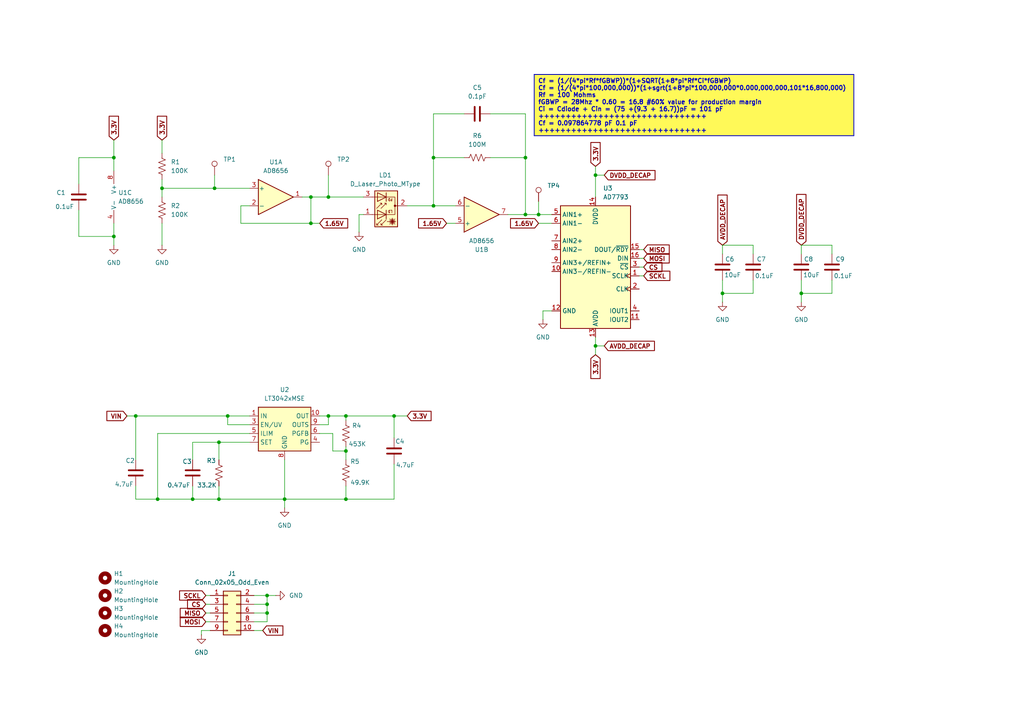
<source format=kicad_sch>
(kicad_sch (version 20250114) (generator "eeschema") (generator_version "9.0")
  (paper "A4")
  (lib_symbols
    (symbol "AD7793:AD7793"
      (property "Reference" "U" (at -10.16 18.415 0))
      (property "Value" "AD7793" (at 10.16 18.415 0))
      (symbol "AD7793_0_1"
        (rectangle (start -10.16 17.78) (end 10.16 -17.78) (stroke (width 0.254)) (fill (type background)))
      )
      (symbol "AD7793_1_1"
        (pin input line (at -12.7 15.24 0) (length 2.54) (name "AIN1+") (number "5"))
        (pin input line (at -12.7 12.7 0) (length 2.54) (name "AIN1-") (number "6"))
        (pin input line (at -12.7 7.62 0) (length 2.54) (name "AIN2+") (number "7"))
        (pin input line (at -12.7 5.08 0) (length 2.54) (name "AIN2-") (number "8"))
        (pin passive line (at -12.7 1.27 0) (length 2.54) (name "AIN3+/REFIN+") (number "9"))
        (pin passive line (at -12.7 -1.27 0) (length 2.54) (name "AIN3-/REFIN-") (number "10"))
        (pin power_in line (at -12.7 -12.7 0) (length 2.54) (name "GND") (number "12"))
        (pin power_in line (at 0 20.32 270) (length 2.54) (name "DVDD") (number "14"))
        (pin power_in line (at 0 -20.32 90) (length 2.54) (name "AVDD") (number "13"))
        (pin output line (at 12.7 5.08 180) (length 2.54) (name "DOUT/~{RDY}") (number "15"))
        (pin output line (at 12.7 2.54 180) (length 2.54) (name "DIN") (number "16"))
        (pin input line (at 12.7 0 180) (length 2.54) (name "~{CS}") (number "3"))
        (pin input clock (at 12.7 -2.54 180) (length 2.54) (name "SCLK") (number "1"))
        (pin bidirectional clock (at 12.7 -6.35 180) (length 2.54) (name "CLK") (number "2"))
        (pin output line (at 12.7 -12.7 180) (length 2.54) (name "IOUT1") (number "4"))
        (pin output line (at 12.7 -15.24 180) (length 2.54) (name "IOUT2") (number "11"))
      )
    )
    (symbol "Amplifier_Operational:AD8656" (pin_names (offset 0.127))
      (property "Reference" "U" (at 0 5.08 0))
      (property "Value" "AD8656" (at 0 -5.08 0))
      (symbol "AD8656_1_1"
        (polyline (pts (xy -5.08 5.08) (xy 5.08 0) (xy -5.08 -5.08) (xy -5.08 5.08)) (stroke (width 0.254)) (fill (type background)))
        (pin input line (at -7.62 2.54 0) (length 2.54) (name "+") (number "3"))
        (pin input line (at -7.62 -2.54 0) (length 2.54) (name "-") (number "2"))
        (pin output line (at 7.62 0 180) (length 2.54) (name "~") (number "1"))
      )
      (symbol "AD8656_2_1"
        (polyline (pts (xy -5.08 5.08) (xy 5.08 0) (xy -5.08 -5.08) (xy -5.08 5.08)) (stroke (width 0.254)) (fill (type background)))
        (pin input line (at -7.62 2.54 0) (length 2.54) (name "+") (number "5"))
        (pin input line (at -7.62 -2.54 0) (length 2.54) (name "-") (number "6"))
        (pin output line (at 7.62 0 180) (length 2.54) (name "~") (number "7"))
      )
      (symbol "AD8656_3_1"
        (pin power_in line (at -2.54 7.62 270) (length 3.81) (name "V+") (number "8"))
        (pin power_in line (at -2.54 -7.62 90) (length 3.81) (name "V-") (number "4"))
      )
    )
    (symbol "Connector:TestPoint" (pin_numbers (hide yes)) (pin_names (offset 0.762) (hide yes))
      (property "Reference" "TP" (at 0 6.858 0))
      (property "Value" "TestPoint" (at 0 5.08 0))
      (symbol "TestPoint_0_1"
        (circle (center 0 3.302) (radius 0.762))
      )
      (symbol "TestPoint_1_1"
        (pin passive line (at 0 0 90) (length 2.54) (name "1") (number "1"))
      )
    )
    (symbol "Connector_Generic:Conn_02x05_Odd_Even" (pin_names (offset 1.016) (hide yes))
      (property "Reference" "J" (at 1.27 7.62 0))
      (property "Value" "Conn_02x05_Odd_Even" (at 1.27 -7.62 0))
      (symbol "Conn_02x05_Odd_Even_1_1"
        (rectangle (start -1.27 6.35) (end 3.81 -6.35) (stroke (width 0.254)) (fill (type background)))
        (rectangle (start -1.27 5.207) (end 0 4.953) (stroke (width 0.1524)))
        (rectangle (start -1.27 2.667) (end 0 2.413) (stroke (width 0.1524)))
        (rectangle (start -1.27 0.127) (end 0 -0.127) (stroke (width 0.1524)))
        (rectangle (start -1.27 -2.413) (end 0 -2.667) (stroke (width 0.1524)))
        (rectangle (start -1.27 -4.953) (end 0 -5.207) (stroke (width 0.1524)))
        (rectangle (start 3.81 5.207) (end 2.54 4.953) (stroke (width 0.1524)))
        (rectangle (start 3.81 2.667) (end 2.54 2.413) (stroke (width 0.1524)))
        (rectangle (start 3.81 0.127) (end 2.54 -0.127) (stroke (width 0.1524)))
        (rectangle (start 3.81 -2.413) (end 2.54 -2.667) (stroke (width 0.1524)))
        (rectangle (start 3.81 -4.953) (end 2.54 -5.207) (stroke (width 0.1524)))
        (pin passive line (at -5.08 5.08 0) (length 3.81) (name "Pin_1") (number "1"))
        (pin passive line (at -5.08 2.54 0) (length 3.81) (name "Pin_3") (number "3"))
        (pin passive line (at -5.08 0 0) (length 3.81) (name "Pin_5") (number "5"))
        (pin passive line (at -5.08 -2.54 0) (length 3.81) (name "Pin_7") (number "7"))
        (pin passive line (at -5.08 -5.08 0) (length 3.81) (name "Pin_9") (number "9"))
        (pin passive line (at 7.62 5.08 180) (length 3.81) (name "Pin_2") (number "2"))
        (pin passive line (at 7.62 2.54 180) (length 3.81) (name "Pin_4") (number "4"))
        (pin passive line (at 7.62 0 180) (length 3.81) (name "Pin_6") (number "6"))
        (pin passive line (at 7.62 -2.54 180) (length 3.81) (name "Pin_8") (number "8"))
        (pin passive line (at 7.62 -5.08 180) (length 3.81) (name "Pin_10") (number "10"))
      )
    )
    (symbol "Device:C" (pin_numbers (hide yes)) (pin_names (offset 0.254))
      (property "Reference" "C" (at 0.635 2.54 0))
      (property "Value" "C" (at 0.635 -2.54 0))
      (symbol "C_0_1"
        (polyline (pts (xy -2.032 0.762) (xy 2.032 0.762)) (stroke (width 0.508)))
        (polyline (pts (xy -2.032 -0.762) (xy 2.032 -0.762)) (stroke (width 0.508)))
      )
      (symbol "C_1_1"
        (pin passive line (at 0 3.81 270) (length 2.794) (name "~") (number "1"))
        (pin passive line (at 0 -3.81 90) (length 2.794) (name "~") (number "2"))
      )
    )
    (symbol "Device:D_Laser_Photo_MType" (pin_names (hide yes))
      (property "Reference" "LD" (at 1.016 7.112 0))
      (property "Value" "D_Laser_Photo_MType" (at 1.016 -5.588 0))
      (symbol "D_Laser_Photo_MType_0_1"
        (polyline (pts (xy -2.54 0) (xy -1.524 0)))
        (polyline (pts (xy -1.524 5.334) (xy 0 3.81)))
        (polyline (pts (xy -1.524 4.826) (xy 0 4.318)))
        (polyline (pts (xy -1.524 4.318) (xy 0 4.826)))
        (polyline (pts (xy -1.524 3.81) (xy 0 5.334)))
        (circle (center -1.524 0) (radius 0.254) (fill (type outline)))
        (polyline (pts (xy -1.016 5.334) (xy -0.508 3.81)))
        (polyline (pts (xy -0.762 4.572) (xy -0.762 5.588)))
        (polyline (pts (xy -0.762 4.572) (xy -0.762 3.556)))
        (polyline (pts (xy -0.635 2.032) (xy -0.635 1.27) (xy -0.254 1.27)))
        (polyline (pts (xy -0.635 -1.397) (xy -0.635 -2.159)))
        (arc (start -0.508 -1.397) (mid -0.3298 -1.5875) (end -0.508 -1.778))
        (polyline (pts (xy -0.508 5.334) (xy -1.016 3.81)))
        (arc (start 0 2.032) (mid 0.3794 1.651) (end 0 1.27))
        (arc (start 0 -1.397) (mid 0.3794 -1.778) (end 0 -2.159))
        (polyline (pts (xy 0 2.032) (xy 0 1.27)))
        (polyline (pts (xy 0 -1.397) (xy 0 -2.159)))
        (polyline (pts (xy 0.762 4.572) (xy -1.778 4.572)))
        (polyline (pts (xy 1.016 4.064) (xy 2.54 5.588) (xy 2.54 5.08) (xy 2.54 5.588) (xy 2.032 5.588)))
        (polyline (pts (xy 1.016 3.81) (xy 1.016 1.27)) (stroke (width 0.2032)))
        (polyline (pts (xy 1.016 -0.762) (xy 1.524 -0.762)))
        (polyline (pts (xy 1.016 -1.27) (xy 1.016 -3.81)) (stroke (width 0.2032)))
        (polyline (pts (xy 2.286 4.064) (xy 3.81 5.588) (xy 3.81 5.08)))
        (polyline (pts (xy 2.54 0.762) (xy 1.016 -0.762) (xy 1.016 -0.254)))
        (polyline (pts (xy 3.556 3.81) (xy 3.556 1.27) (xy 1.016 2.54) (xy 3.556 3.81)) (stroke (width 0.2032)))
        (polyline (pts (xy 3.556 -1.27) (xy 3.556 -3.81) (xy 1.016 -2.54) (xy 3.556 -1.27)) (stroke (width 0.2032)))
        (polyline (pts (xy 3.81 5.588) (xy 3.302 5.588)))
        (polyline (pts (xy 3.81 0.762) (xy 2.286 -0.762) (xy 2.286 -0.254) (xy 2.286 -0.762) (xy 2.794 -0.762)))
        (rectangle (start 4.318 6.096) (end -2.286 -4.318) (stroke (width 0.254)) (fill (type background)))
        (polyline (pts (xy 5.08 2.54) (xy -1.524 2.54) (xy -1.524 -2.54) (xy 5.08 -2.54)))
      )
      (symbol "D_Laser_Photo_MType_1_1"
        (pin passive line (at -5.08 0 0) (length 2.54) (name "~") (number "2"))
        (pin passive line (at 7.62 2.54 180) (length 2.54) (name "~") (number "1"))
        (pin passive line (at 7.62 -2.54 180) (length 2.54) (name "~") (number "3"))
      )
    )
    (symbol "Device:R_US" (pin_numbers (hide yes)) (pin_names (offset 0))
      (property "Reference" "R" (at 2.54 0 90))
      (property "Value" "R_US" (at -2.54 0 90))
      (symbol "R_US_0_1"
        (polyline (pts (xy 0 2.286) (xy 0 2.54)))
        (polyline (pts (xy 0 2.286) (xy 1.016 1.905) (xy 0 1.524) (xy -1.016 1.143) (xy 0 0.762)))
        (polyline (pts (xy 0 0.762) (xy 1.016 0.381) (xy 0 0) (xy -1.016 -0.381) (xy 0 -0.762)))
        (polyline (pts (xy 0 -0.762) (xy 1.016 -1.143) (xy 0 -1.524) (xy -1.016 -1.905) (xy 0 -2.286)))
        (polyline (pts (xy 0 -2.286) (xy 0 -2.54)))
      )
      (symbol "R_US_1_1"
        (pin passive line (at 0 3.81 270) (length 1.27) (name "~") (number "1"))
        (pin passive line (at 0 -3.81 90) (length 1.27) (name "~") (number "2"))
      )
    )
    (symbol "Mechanical:MountingHole" (pin_names (offset 1.016)) (exclude_from_sim yes) (in_bom no)
      (property "Reference" "H" (at 0 5.08 0))
      (property "Value" "MountingHole" (at 0 3.175 0))
      (symbol "MountingHole_0_1"
        (circle (center 0 0) (radius 1.27) (stroke (width 1.27)))
      )
    )
    (symbol "Regulator_Linear:LT3042xMSE"
      (property "Reference" "U" (at -6.35 6.35 0))
      (property "Value" "LT3042xMSE" (at 1.27 6.35 0))
      (symbol "LT3042xMSE_0_1"
        (rectangle (start -7.62 5.08) (end 7.62 -7.62) (stroke (width 0.254)) (fill (type background)))
      )
      (symbol "LT3042xMSE_1_1"
        (pin power_in line (at -10.16 2.54 0) (length 2.54) (name "IN") (number "1"))
        (pin passive line (at -10.16 2.54 0) (length 2.54) (hide yes) (name "IN") (number "2"))
        (pin input line (at -10.16 0 0) (length 2.54) (name "EN/UV") (number "3"))
        (pin passive line (at -10.16 -2.54 0) (length 2.54) (name "ILIM") (number "5"))
        (pin passive line (at -10.16 -5.08 0) (length 2.54) (name "SET") (number "7"))
        (pin passive line (at 0 -10.16 90) (length 2.54) (hide yes) (name "GND") (number "11"))
        (pin power_in line (at 0 -10.16 90) (length 2.54) (name "GND") (number "8"))
        (pin power_out line (at 10.16 2.54 180) (length 2.54) (name "OUT") (number "10"))
        (pin input line (at 10.16 0 180) (length 2.54) (name "OUTS") (number "9"))
        (pin input line (at 10.16 -2.54 180) (length 2.54) (name "PGFB") (number "6"))
        (pin open_collector line (at 10.16 -5.08 180) (length 2.54) (name "PG") (number "4"))
      )
    )
    (symbol "power:GND" (power) (pin_numbers (hide yes)) (pin_names (offset 0) (hide yes))
      (property "Value" "GND" (at 0 -3.81 0))
      (symbol "GND_0_1"
        (polyline (pts (xy 0 0) (xy 0 -1.27) (xy 1.27 -1.27) (xy 0 -2.54) (xy -1.27 -1.27) (xy 0 -1.27)))
      )
      (symbol "GND_1_1"
        (pin power_in line (at 0 0 270) (length 0) (name "~") (number "1"))
      )
    )
  )
  (text_box "Cf = (1/(4*pi*Rf*fGBWP))*(1+SQRT(1+8*pi*Rf*Ci*fGBWP) \nCf = (1/(4*pi*100,000,000))*(1+sgrt(1+8*pi*100,000,000*0.000,000,000,101*16,800,000) \nRf = 100 Mohms \nfGBWP = 28Mhz * 0.60 = 16.8 #60% value for production margin \nCi = Cdiode + Cin = (75 +(9.3 + 16.7))pF = 101 pF\n+++++++++++++++++++++++++++++++ \nCf = 0.097864778 pF 0.1 pF\n+++++++++++++++++++++++++++++++ \n\n" (at 154.94 21.59 0) (size 92.71 17.78) (margins 1.0795 1.0795 1.0795 1.0795) (stroke (width 0.254)) (fill (type color) (color 255 249 88 1)) (effects (font (size 1.27 1.27) (thickness 0.254) (bold yes)) (justify left top)))
  (junction (at 100.33 120.65))
  (junction (at 100.33 130.81))
  (junction (at 114.3 120.65))
  (junction (at 172.72 100.33))
  (junction (at 77.47 177.8))
  (junction (at 33.02 45.72))
  (junction (at 55.88 144.78))
  (junction (at 39.37 120.65))
  (junction (at 125.73 45.72))
  (junction (at 82.55 144.78))
  (junction (at 45.72 144.78))
  (junction (at 63.5 144.78))
  (junction (at 66.04 120.65))
  (junction (at 95.25 57.15))
  (junction (at 33.02 68.58))
  (junction (at 63.5 128.27))
  (junction (at 125.73 59.69))
  (junction (at 100.33 144.78))
  (junction (at 77.47 175.26))
  (junction (at 90.17 64.77))
  (junction (at 62.23 54.61))
  (junction (at 172.72 50.8))
  (junction (at 90.17 57.15))
  (junction (at 209.55 85.09))
  (junction (at 156.21 62.23))
  (junction (at 232.41 85.09))
  (junction (at 152.4 62.23))
  (junction (at 95.25 120.65))
  (junction (at 152.4 45.72))
  (junction (at 77.47 172.72))
  (junction (at 46.99 54.61))
  (wire (pts (xy 33.02 45.72) (xy 33.02 49.53)))
  (wire (pts (xy 77.47 177.8) (xy 77.47 180.34)))
  (wire (pts (xy 46.99 54.61) (xy 62.23 54.61)))
  (wire (pts (xy 95.25 50.8) (xy 95.25 57.15)))
  (wire (pts (xy 82.55 144.78) (xy 82.55 147.32)))
  (wire (pts (xy 58.42 182.88) (xy 60.96 182.88)))
  (wire (pts (xy 22.86 53.34) (xy 22.86 45.72)))
  (wire (pts (xy 125.73 59.69) (xy 132.08 59.69)))
  (wire (pts (xy 218.44 71.12) (xy 218.44 73.66)))
  (wire (pts (xy 90.17 64.77) (xy 92.71 64.77)))
  (wire (pts (xy 72.39 128.27) (xy 63.5 128.27)))
  (wire (pts (xy 96.52 130.81) (xy 100.33 130.81)))
  (wire (pts (xy 58.42 184.15) (xy 58.42 182.88)))
  (wire (pts (xy 100.33 120.65) (xy 114.3 120.65)))
  (wire (pts (xy 152.4 33.02) (xy 152.4 45.72)))
  (wire (pts (xy 114.3 134.62) (xy 114.3 144.78)))
  (wire (pts (xy 22.86 45.72) (xy 33.02 45.72)))
  (wire (pts (xy 147.32 62.23) (xy 152.4 62.23)))
  (wire (pts (xy 134.62 33.02) (xy 125.73 33.02)))
  (wire (pts (xy 152.4 62.23) (xy 156.21 62.23)))
  (wire (pts (xy 33.02 71.12) (xy 33.02 68.58)))
  (wire (pts (xy 129.54 64.77) (xy 132.08 64.77)))
  (wire (pts (xy 63.5 140.97) (xy 63.5 144.78)))
  (wire (pts (xy 209.55 85.09) (xy 218.44 85.09)))
  (wire (pts (xy 209.55 73.66) (xy 209.55 71.12)))
  (wire (pts (xy 142.24 33.02) (xy 152.4 33.02)))
  (wire (pts (xy 175.26 100.33) (xy 172.72 100.33)))
  (wire (pts (xy 69.85 64.77) (xy 90.17 64.77)))
  (wire (pts (xy 33.02 40.64) (xy 33.02 45.72)))
  (wire (pts (xy 156.21 58.42) (xy 156.21 62.23)))
  (wire (pts (xy 172.72 50.8) (xy 172.72 57.15)))
  (wire (pts (xy 82.55 144.78) (xy 82.55 133.35)))
  (wire (pts (xy 62.23 50.8) (xy 62.23 54.61)))
  (wire (pts (xy 72.39 123.19) (xy 66.04 123.19)))
  (wire (pts (xy 156.21 62.23) (xy 160.02 62.23)))
  (wire (pts (xy 175.26 50.8) (xy 172.72 50.8)))
  (wire (pts (xy 157.48 90.17) (xy 160.02 90.17)))
  (wire (pts (xy 87.63 57.15) (xy 90.17 57.15)))
  (wire (pts (xy 73.66 177.8) (xy 77.47 177.8)))
  (wire (pts (xy 46.99 44.45) (xy 46.99 40.64)))
  (wire (pts (xy 72.39 125.73) (xy 45.72 125.73)))
  (wire (pts (xy 90.17 57.15) (xy 95.25 57.15)))
  (wire (pts (xy 114.3 144.78) (xy 100.33 144.78)))
  (wire (pts (xy 186.69 77.47) (xy 185.42 77.47)))
  (wire (pts (xy 22.86 60.96) (xy 22.86 68.58)))
  (wire (pts (xy 100.33 120.65) (xy 100.33 121.92)))
  (wire (pts (xy 46.99 71.12) (xy 46.99 64.77)))
  (wire (pts (xy 55.88 128.27) (xy 55.88 133.35)))
  (wire (pts (xy 76.2 182.88) (xy 73.66 182.88)))
  (wire (pts (xy 39.37 120.65) (xy 66.04 120.65)))
  (wire (pts (xy 100.33 144.78) (xy 82.55 144.78)))
  (wire (pts (xy 46.99 52.07) (xy 46.99 54.61)))
  (wire (pts (xy 36.83 120.65) (xy 39.37 120.65)))
  (wire (pts (xy 186.69 72.39) (xy 185.42 72.39)))
  (wire (pts (xy 96.52 125.73) (xy 96.52 130.81)))
  (wire (pts (xy 186.69 80.01) (xy 185.42 80.01)))
  (wire (pts (xy 232.41 71.12) (xy 241.3 71.12)))
  (wire (pts (xy 92.71 120.65) (xy 95.25 120.65)))
  (wire (pts (xy 209.55 71.12) (xy 218.44 71.12)))
  (wire (pts (xy 66.04 120.65) (xy 72.39 120.65)))
  (wire (pts (xy 55.88 140.97) (xy 55.88 144.78)))
  (wire (pts (xy 69.85 59.69) (xy 72.39 59.69)))
  (wire (pts (xy 39.37 140.97) (xy 39.37 144.78)))
  (wire (pts (xy 209.55 81.28) (xy 209.55 85.09)))
  (wire (pts (xy 77.47 172.72) (xy 77.47 175.26)))
  (wire (pts (xy 59.69 177.8) (xy 60.96 177.8)))
  (wire (pts (xy 59.69 175.26) (xy 60.96 175.26)))
  (wire (pts (xy 59.69 180.34) (xy 60.96 180.34)))
  (wire (pts (xy 172.72 48.26) (xy 172.72 50.8)))
  (wire (pts (xy 232.41 81.28) (xy 232.41 85.09)))
  (wire (pts (xy 156.21 64.77) (xy 160.02 64.77)))
  (wire (pts (xy 73.66 172.72) (xy 77.47 172.72)))
  (wire (pts (xy 172.72 97.79) (xy 172.72 100.33)))
  (wire (pts (xy 33.02 68.58) (xy 33.02 64.77)))
  (wire (pts (xy 95.25 120.65) (xy 100.33 120.65)))
  (wire (pts (xy 241.3 71.12) (xy 241.3 73.66)))
  (wire (pts (xy 90.17 57.15) (xy 90.17 64.77)))
  (wire (pts (xy 46.99 54.61) (xy 46.99 57.15)))
  (wire (pts (xy 100.33 140.97) (xy 100.33 144.78)))
  (wire (pts (xy 241.3 85.09) (xy 241.3 81.28)))
  (wire (pts (xy 232.41 73.66) (xy 232.41 71.12)))
  (wire (pts (xy 172.72 100.33) (xy 172.72 102.87)))
  (wire (pts (xy 125.73 45.72) (xy 125.73 59.69)))
  (wire (pts (xy 63.5 144.78) (xy 82.55 144.78)))
  (wire (pts (xy 59.69 172.72) (xy 60.96 172.72)))
  (wire (pts (xy 152.4 45.72) (xy 142.24 45.72)))
  (wire (pts (xy 125.73 33.02) (xy 125.73 45.72)))
  (wire (pts (xy 157.48 92.71) (xy 157.48 90.17)))
  (wire (pts (xy 100.33 130.81) (xy 100.33 133.35)))
  (wire (pts (xy 92.71 125.73) (xy 96.52 125.73)))
  (wire (pts (xy 95.25 123.19) (xy 95.25 120.65)))
  (wire (pts (xy 62.23 54.61) (xy 72.39 54.61)))
  (wire (pts (xy 186.69 74.93) (xy 185.42 74.93)))
  (wire (pts (xy 114.3 120.65) (xy 114.3 127)))
  (wire (pts (xy 77.47 172.72) (xy 80.01 172.72)))
  (wire (pts (xy 218.44 85.09) (xy 218.44 81.28)))
  (wire (pts (xy 118.11 59.69) (xy 125.73 59.69)))
  (wire (pts (xy 232.41 85.09) (xy 232.41 87.63)))
  (wire (pts (xy 55.88 144.78) (xy 63.5 144.78)))
  (wire (pts (xy 63.5 128.27) (xy 63.5 133.35)))
  (wire (pts (xy 232.41 85.09) (xy 241.3 85.09)))
  (wire (pts (xy 100.33 129.54) (xy 100.33 130.81)))
  (wire (pts (xy 69.85 64.77) (xy 69.85 59.69)))
  (wire (pts (xy 73.66 175.26) (xy 77.47 175.26)))
  (wire (pts (xy 63.5 128.27) (xy 55.88 128.27)))
  (wire (pts (xy 39.37 120.65) (xy 39.37 133.35)))
  (wire (pts (xy 39.37 144.78) (xy 45.72 144.78)))
  (wire (pts (xy 209.55 87.63) (xy 209.55 85.09)))
  (wire (pts (xy 95.25 57.15) (xy 105.41 57.15)))
  (wire (pts (xy 134.62 45.72) (xy 125.73 45.72)))
  (wire (pts (xy 22.86 68.58) (xy 33.02 68.58)))
  (wire (pts (xy 152.4 62.23) (xy 152.4 45.72)))
  (wire (pts (xy 66.04 123.19) (xy 66.04 120.65)))
  (wire (pts (xy 104.14 62.23) (xy 105.41 62.23)))
  (wire (pts (xy 104.14 67.31) (xy 104.14 62.23)))
  (wire (pts (xy 45.72 144.78) (xy 55.88 144.78)))
  (wire (pts (xy 45.72 125.73) (xy 45.72 144.78)))
  (wire (pts (xy 77.47 175.26) (xy 77.47 177.8)))
  (wire (pts (xy 73.66 180.34) (xy 77.47 180.34)))
  (wire (pts (xy 114.3 120.65) (xy 118.11 120.65)))
  (wire (pts (xy 92.71 123.19) (xy 95.25 123.19)))
  (global_label "VIN" (shape input) (at 76.2 182.88 0) (effects (font (thickness 0.254) (bold yes))) (property "Intersheetrefs" "${INTERSHEET_REFS}" (effects (hide yes))))
  (global_label "SCKL" (shape input) (at 59.69 172.72 180) (effects (font (thickness 0.254) (bold yes))) (property "Intersheetrefs" "${INTERSHEET_REFS}" (effects (hide yes))))
  (global_label "CS" (shape input) (at 59.69 175.26 180) (effects (font (thickness 0.254) (bold yes))) (property "Intersheetrefs" "${INTERSHEET_REFS}" (effects (hide yes))))
  (global_label "MISO" (shape input) (at 186.69 72.39 0) (effects (font (thickness 0.254) (bold yes))) (property "Intersheetrefs" "${INTERSHEET_REFS}" (effects (hide yes))))
  (global_label "DVDD_DECAP" (shape input) (at 175.26 50.8 0) (effects (font (thickness 0.254) (bold yes))) (property "Intersheetrefs" "${INTERSHEET_REFS}" (effects (hide yes))))
  (global_label "DVDD_DECAP" (shape input) (at 232.41 71.12 90) (effects (font (thickness 0.254) (bold yes))) (property "Intersheetrefs" "${INTERSHEET_REFS}" (effects (hide yes))))
  (global_label "1.65V" (shape input) (at 156.21 64.77 180) (effects (font (thickness 0.254) (bold yes))) (property "Intersheetrefs" "${INTERSHEET_REFS}" (effects (hide yes))))
  (global_label "3.3V" (shape input) (at 172.72 102.87 270) (effects (font (thickness 0.254) (bold yes))) (property "Intersheetrefs" "${INTERSHEET_REFS}" (effects (hide yes))))
  (global_label "VIN" (shape input) (at 36.83 120.65 180) (effects (font (thickness 0.254) (bold yes))) (property "Intersheetrefs" "${INTERSHEET_REFS}" (effects (hide yes))))
  (global_label "AVDD_DECAP" (shape input) (at 209.55 71.12 90) (effects (font (thickness 0.254) (bold yes))) (property "Intersheetrefs" "${INTERSHEET_REFS}" (effects (hide yes))))
  (global_label "3.3V" (shape input) (at 172.72 48.26 90) (effects (font (thickness 0.254) (bold yes))) (property "Intersheetrefs" "${INTERSHEET_REFS}" (effects (hide yes))))
  (global_label "SCKL" (shape input) (at 186.69 80.01 0) (effects (font (thickness 0.254) (bold yes))) (property "Intersheetrefs" "${INTERSHEET_REFS}" (effects (hide yes))))
  (global_label "1.65V" (shape input) (at 129.54 64.77 180) (effects (font (thickness 0.254) (bold yes))) (property "Intersheetrefs" "${INTERSHEET_REFS}" (effects (hide yes))))
  (global_label "3.3V" (shape input) (at 118.11 120.65 0) (effects (font (thickness 0.254) (bold yes))) (property "Intersheetrefs" "${INTERSHEET_REFS}" (effects (hide yes))))
  (global_label "1.65V" (shape input) (at 92.71 64.77 0) (effects (font (thickness 0.254) (bold yes))) (property "Intersheetrefs" "${INTERSHEET_REFS}" (effects (hide yes))))
  (global_label "CS" (shape input) (at 186.69 77.47 0) (effects (font (thickness 0.254) (bold yes))) (property "Intersheetrefs" "${INTERSHEET_REFS}" (effects (hide yes))))
  (global_label "MOSI" (shape input) (at 186.69 74.93 0) (effects (font (thickness 0.254) (bold yes))) (property "Intersheetrefs" "${INTERSHEET_REFS}" (effects (hide yes))))
  (global_label "3.3V" (shape input) (at 33.02 40.64 90) (effects (font (thickness 0.254) (bold yes))) (property "Intersheetrefs" "${INTERSHEET_REFS}" (effects (hide yes))))
  (global_label "MOSI" (shape input) (at 59.69 180.34 180) (effects (font (thickness 0.254) (bold yes))) (property "Intersheetrefs" "${INTERSHEET_REFS}" (effects (hide yes))))
  (global_label "3.3V" (shape input) (at 46.99 40.64 90) (effects (font (thickness 0.254) (bold yes))) (property "Intersheetrefs" "${INTERSHEET_REFS}" (effects (hide yes))))
  (global_label "MISO" (shape input) (at 59.69 177.8 180) (effects (font (thickness 0.254) (bold yes))) (property "Intersheetrefs" "${INTERSHEET_REFS}" (effects (hide yes))))
  (global_label "AVDD_DECAP" (shape input) (at 175.26 100.33 0) (effects (font (thickness 0.254) (bold yes))) (property "Intersheetrefs" "${INTERSHEET_REFS}" (effects (hide yes))))
  (symbol (lib_id "power:GND") (at 58.42 184.15 0) (unit 1)
    (property "Reference" "#PWR03" (effects (hide yes)))
    (property "Value" "GND" (at 58.42 189.23 0))
    (property "Description" "Power symbol creates a global label with name \"GND\" , ground" (effects (hide yes)))
  )
  (symbol (lib_id "Device:R_US") (at 138.43 45.72 90) (unit 1)
    (property "Reference" "R6" (at 138.43 39.37 90))
    (property "Value" "100M" (at 138.43 41.91 90))
    (property "Footprint" "Resistor_SMD:R_0805_2012Metric_Pad1.20x1.40mm_HandSolder" (effects (hide yes)))
    (property "Description" "Resistor, US symbol" (effects (hide yes)))
  )
  (symbol (lib_id "power:GND") (at 104.14 67.31 0) (unit 1)
    (property "Reference" "#PWR06" (effects (hide yes)))
    (property "Value" "GND" (at 104.14 72.39 0))
    (property "Description" "Power symbol creates a global label with name \"GND\" , ground" (effects (hide yes)))
  )
  (symbol (lib_id "Connector_Generic:Conn_02x05_Odd_Even") (at 66.04 177.8 0) (unit 1)
    (property "Reference" "J1" (at 67.31 166.37 0))
    (property "Value" "Conn_02x05_Odd_Even" (at 67.31 168.91 0))
    (property "Footprint" "Connector_PinHeader_1.27mm:PinHeader_2x05_P1.27mm_Vertical_SMD" (effects (hide yes)))
    (property "Description" "Generic connector, double row, 02x05, odd/even pin numbering scheme (row 1 odd numbers, row 2 even numbers), script generated (kicad-library-utils/schlib/autogen/connector/)" (effects (hide yes)))
  )
  (symbol (lib_id "Amplifier_Operational:AD8656") (at 139.7 62.23 0) (mirror x) (unit 2)
    (property "Reference" "U1" (at 139.7 72.39 0))
    (property "Value" "AD8656" (at 139.7 69.85 0))
    (property "Footprint" "Package_SO:SOIC-8_3.9x4.9mm_P1.27mm" (effects (hide yes)))
    (property "Datasheet" "https://www.analog.com/media/en/technical-documentation/data-sheets/ad8655_8656.pdf" (effects (hide yes)))
    (property "Description" "Dual Low Noise, Precision CMOS Amplifier" (effects (hide yes)))
  )
  (symbol (lib_id "power:GND") (at 33.02 71.12 0) (unit 1)
    (property "Reference" "#PWR01" (effects (hide yes)))
    (property "Value" "GND" (at 33.02 76.2 0))
    (property "Description" "Power symbol creates a global label with name \"GND\" , ground" (effects (hide yes)))
  )
  (symbol (lib_id "Device:C") (at 232.41 77.47 0) (unit 1)
    (property "Reference" "C8" (at 233.172 75.184 0) (effects (justify left)))
    (property "Value" "10uF" (at 232.918 79.756 0) (effects (justify left)))
    (property "Footprint" "Capacitor_SMD:C_0805_2012Metric_Pad1.18x1.45mm_HandSolder" (effects (hide yes)))
    (property "Description" "Unpolarized capacitor" (effects (hide yes)))
  )
  (symbol (lib_id "Device:C") (at 138.43 33.02 90) (unit 1)
    (property "Reference" "C5" (at 138.43 25.4 90))
    (property "Value" "0.1pF" (at 138.43 27.94 90))
    (property "Footprint" "Capacitor_SMD:C_0805_2012Metric_Pad1.18x1.45mm_HandSolder" (effects (hide yes)))
    (property "Description" "Unpolarized capacitor" (effects (hide yes)))
  )
  (symbol (lib_id "Device:D_Laser_Photo_MType") (at 113.03 59.69 180) (unit 1)
    (property "Reference" "LD1" (at 111.76 50.8 0))
    (property "Value" "D_Laser_Photo_MType" (at 111.76 53.34 0))
    (property "Footprint" "Laser-Diode:TO-46-3-Mirror" (effects (hide yes)))
    (property "Datasheet" "http://www.egismos.disonhu.com/laser/diode-package.htm" (effects (hide yes)))
    (property "Description" "Laser diode with photodiode, common cathode on pin 2" (effects (hide yes)))
  )
  (symbol (lib_id "Device:C") (at 55.88 137.16 0) (mirror y) (unit 1)
    (property "Reference" "C3" (at 55.626 133.858 0) (effects (justify left)))
    (property "Value" "0.47uF" (at 48.514 140.716 0) (effects (justify right)))
    (property "Footprint" "Capacitor_SMD:C_0805_2012Metric_Pad1.18x1.45mm_HandSolder" (effects (hide yes)))
    (property "Description" "Unpolarized capacitor" (effects (hide yes)))
  )
  (symbol (lib_id "Device:C") (at 22.86 57.15 0) (mirror y) (unit 1)
    (property "Reference" "C1" (at 19.05 55.8799 0) (effects (justify left)))
    (property "Value" "0.1uF" (at 16.002 59.944 0) (effects (justify right)))
    (property "Footprint" "Capacitor_SMD:C_0805_2012Metric_Pad1.18x1.45mm_HandSolder" (effects (hide yes)))
    (property "Description" "Unpolarized capacitor" (effects (hide yes)))
  )
  (symbol (lib_id "Device:C") (at 209.55 77.47 0) (unit 1)
    (property "Reference" "C6" (at 210.312 75.184 0) (effects (justify left)))
    (property "Value" "10uF" (at 210.058 79.756 0) (effects (justify left)))
    (property "Footprint" "Capacitor_SMD:C_0805_2012Metric_Pad1.18x1.45mm_HandSolder" (effects (hide yes)))
    (property "Description" "Unpolarized capacitor" (effects (hide yes)))
  )
  (symbol (lib_id "Connector:TestPoint") (at 95.25 50.8 0) (unit 1)
    (property "Reference" "TP2" (at 97.79 46.2279 0) (effects (justify left)))
    (property "Value" "TestPoint" (effects (hide yes)))
    (property "Footprint" "TestPoint:TestPoint_Pad_D1.0mm" (effects (hide yes)))
    (property "Description" "test point" (effects (hide yes)))
  )
  (symbol (lib_id "Device:R_US") (at 46.99 60.96 0) (unit 1)
    (property "Reference" "R2" (at 49.53 59.6899 0) (effects (justify left)))
    (property "Value" "100K" (at 49.53 62.2299 0) (effects (justify left)))
    (property "Footprint" "Resistor_SMD:R_0805_2012Metric_Pad1.20x1.40mm_HandSolder" (effects (hide yes)))
    (property "Description" "Resistor, US symbol" (effects (hide yes)))
  )
  (symbol (lib_id "power:GND") (at 46.99 71.12 0) (unit 1)
    (property "Reference" "#PWR02" (effects (hide yes)))
    (property "Value" "GND" (at 46.99 76.2 0))
    (property "Description" "Power symbol creates a global label with name \"GND\" , ground" (effects (hide yes)))
  )
  (symbol (lib_id "Mechanical:MountingHole") (at 30.48 177.8 0) (unit 1) (exclude_from_sim yes) (in_bom no)
    (property "Reference" "H3" (at 33.02 176.5299 0) (effects (justify left)))
    (property "Value" "MountingHole" (at 33.02 179.0699 0) (effects (justify left)))
    (property "Footprint" "MountingHole:MountingHole_2.5mm_Pad" (effects (hide yes)))
    (property "Description" "Mounting Hole without connection" (effects (hide yes)))
  )
  (symbol (lib_id "power:GND") (at 80.01 172.72 90) (unit 1)
    (property "Reference" "#PWR04" (effects (hide yes)))
    (property "Value" "GND" (at 83.82 172.7199 90) (effects (justify right)))
    (property "Description" "Power symbol creates a global label with name \"GND\" , ground" (effects (hide yes)))
  )
  (symbol (lib_id "Mechanical:MountingHole") (at 30.48 182.88 0) (unit 1) (exclude_from_sim yes) (in_bom no)
    (property "Reference" "H4" (at 33.02 181.6099 0) (effects (justify left)))
    (property "Value" "MountingHole" (at 33.02 184.1499 0) (effects (justify left)))
    (property "Footprint" "MountingHole:MountingHole_2.5mm_Pad" (effects (hide yes)))
    (property "Description" "Mounting Hole without connection" (effects (hide yes)))
  )
  (symbol (lib_id "Device:R_US") (at 100.33 125.73 180) (unit 1)
    (property "Reference" "R4" (at 102.108 123.444 0) (effects (justify right)))
    (property "Value" "453K" (at 101.092 128.778 0) (effects (justify right)))
    (property "Footprint" "Resistor_SMD:R_0805_2012Metric_Pad1.20x1.40mm_HandSolder" (effects (hide yes)))
    (property "Description" "Resistor, US symbol" (effects (hide yes)))
  )
  (symbol (lib_id "Device:C") (at 241.3 77.47 0) (unit 1)
    (property "Reference" "C9" (at 242.316 75.184 0) (effects (justify left)))
    (property "Value" "0.1uF" (at 241.808 80.01 0) (effects (justify left)))
    (property "Footprint" "Capacitor_SMD:C_0805_2012Metric_Pad1.18x1.45mm_HandSolder" (effects (hide yes)))
    (property "Description" "Unpolarized capacitor" (effects (hide yes)))
  )
  (symbol (lib_id "Device:C") (at 114.3 130.81 0) (mirror y) (unit 1)
    (property "Reference" "C4" (at 117.348 128.016 0) (effects (justify left)))
    (property "Value" "4.7uF" (at 114.808 134.874 0) (effects (justify right)))
    (property "Footprint" "Capacitor_SMD:C_0805_2012Metric_Pad1.18x1.45mm_HandSolder" (effects (hide yes)))
    (property "Description" "Unpolarized capacitor" (effects (hide yes)))
  )
  (symbol (lib_id "Regulator_Linear:LT3042xMSE") (at 82.55 123.19 0) (unit 1)
    (property "Reference" "U2" (at 82.55 113.03 0))
    (property "Value" "LT3042xMSE" (at 82.55 115.57 0))
    (property "Footprint" "Package_SO:MSOP-10-1EP_3x3mm_P0.5mm_EP1.68x1.88mm" (effects (hide yes)))
    (property "Datasheet" "https://www.analog.com/media/en/technical-documentation/data-sheets/3042fb.pdf" (effects (hide yes)))
    (property "Description" "200mA, Adjustable, Ultralow Noise, Ultrahigh PSRR RF Linear Regulator, MSOP-10" (effects (hide yes)))
  )
  (symbol (lib_id "Connector:TestPoint") (at 62.23 50.8 0) (unit 1)
    (property "Reference" "TP1" (at 64.77 46.2279 0) (effects (justify left)))
    (property "Value" "TestPoint" (effects (hide yes)))
    (property "Footprint" "TestPoint:TestPoint_Pad_D1.0mm" (effects (hide yes)))
    (property "Description" "test point" (effects (hide yes)))
  )
  (symbol (lib_id "Mechanical:MountingHole") (at 30.48 172.72 0) (unit 1) (exclude_from_sim yes) (in_bom no)
    (property "Reference" "H2" (at 33.02 171.4499 0) (effects (justify left)))
    (property "Value" "MountingHole" (at 33.02 173.9899 0) (effects (justify left)))
    (property "Footprint" "MountingHole:MountingHole_2.5mm_Pad" (effects (hide yes)))
    (property "Description" "Mounting Hole without connection" (effects (hide yes)))
  )
  (symbol (lib_id "Device:R_US") (at 46.99 48.26 0) (unit 1)
    (property "Reference" "R1" (at 49.53 46.9899 0) (effects (justify left)))
    (property "Value" "100K" (at 49.53 49.5299 0) (effects (justify left)))
    (property "Footprint" "Resistor_SMD:R_0805_2012Metric_Pad1.20x1.40mm_HandSolder" (effects (hide yes)))
    (property "Description" "Resistor, US symbol" (effects (hide yes)))
  )
  (symbol (lib_id "AD7793:AD7793") (at 172.72 77.47 0) (unit 1)
    (property "Reference" "U3" (at 174.9141 54.61 0) (effects (justify left)))
    (property "Value" "AD7793" (at 174.9141 57.15 0) (effects (justify left)))
    (property "Footprint" "Package_SO:TSSOP-16_4.4x5mm_P0.65mm" (effects (hide yes)))
    (property "Datasheet" "https://www.analog.com/media/en/technical-documentation/data-sheets/ad7792_7793.pdf" (effects (hide yes)))
    (property "Description" "24-bit capacitance-to-digital converter with temperature sensor, TSSOP-16" (effects (hide yes)))
  )
  (symbol (lib_id "Device:R_US") (at 63.5 137.16 180) (unit 1)
    (property "Reference" "R3" (at 59.944 133.604 0) (effects (justify right)))
    (property "Value" "33.2K" (at 57.15 140.716 0) (effects (justify right)))
    (property "Footprint" "Resistor_SMD:R_0805_2012Metric_Pad1.20x1.40mm_HandSolder" (effects (hide yes)))
    (property "Description" "Resistor, US symbol" (effects (hide yes)))
  )
  (symbol (lib_id "power:GND") (at 82.55 147.32 0) (unit 1)
    (property "Reference" "#PWR05" (effects (hide yes)))
    (property "Value" "GND" (at 82.55 152.4 0))
    (property "Description" "Power symbol creates a global label with name \"GND\" , ground" (effects (hide yes)))
  )
  (symbol (lib_id "Amplifier_Operational:AD8656") (at 80.01 57.15 0) (unit 1)
    (property "Reference" "U1" (at 80.01 46.99 0))
    (property "Value" "AD8656" (at 80.01 49.53 0))
    (property "Footprint" "Package_SO:SOIC-8_3.9x4.9mm_P1.27mm" (effects (hide yes)))
    (property "Datasheet" "https://www.analog.com/media/en/technical-documentation/data-sheets/ad8655_8656.pdf" (effects (hide yes)))
    (property "Description" "Dual Low Noise, Precision CMOS Amplifier" (effects (hide yes)))
  )
  (symbol (lib_id "Device:C") (at 218.44 77.47 0) (unit 1)
    (property "Reference" "C7" (at 219.456 75.184 0) (effects (justify left)))
    (property "Value" "0.1uF" (at 218.948 80.01 0) (effects (justify left)))
    (property "Footprint" "Capacitor_SMD:C_0805_2012Metric_Pad1.18x1.45mm_HandSolder" (effects (hide yes)))
    (property "Description" "Unpolarized capacitor" (effects (hide yes)))
  )
  (symbol (lib_id "power:GND") (at 209.55 87.63 0) (unit 1)
    (property "Reference" "#PWR08" (effects (hide yes)))
    (property "Value" "GND" (at 209.55 92.71 0))
    (property "Description" "Power symbol creates a global label with name \"GND\" , ground" (effects (hide yes)))
  )
  (symbol (lib_id "power:GND") (at 232.41 87.63 0) (unit 1)
    (property "Reference" "#PWR09" (effects (hide yes)))
    (property "Value" "GND" (at 232.41 92.71 0))
    (property "Description" "Power symbol creates a global label with name \"GND\" , ground" (effects (hide yes)))
  )
  (symbol (lib_id "power:GND") (at 157.48 92.71 0) (unit 1)
    (property "Reference" "#PWR07" (effects (hide yes)))
    (property "Value" "GND" (at 157.48 97.79 0))
    (property "Description" "Power symbol creates a global label with name \"GND\" , ground" (effects (hide yes)))
  )
  (symbol (lib_id "Device:R_US") (at 100.33 137.16 180) (unit 1)
    (property "Reference" "R5" (at 101.6 133.858 0) (effects (justify right)))
    (property "Value" "49.9K" (at 101.6 139.954 0) (effects (justify right)))
    (property "Footprint" "Resistor_SMD:R_0805_2012Metric_Pad1.20x1.40mm_HandSolder" (effects (hide yes)))
    (property "Description" "Resistor, US symbol" (effects (hide yes)))
  )
  (symbol (lib_id "Device:C") (at 39.37 137.16 0) (mirror y) (unit 1)
    (property "Reference" "C2" (at 39.116 133.604 0) (effects (justify left)))
    (property "Value" "4.7uF" (at 33.274 140.462 0) (effects (justify right)))
    (property "Footprint" "Capacitor_SMD:C_0805_2012Metric_Pad1.18x1.45mm_HandSolder" (effects (hide yes)))
    (property "Description" "Unpolarized capacitor" (effects (hide yes)))
  )
  (symbol (lib_id "Mechanical:MountingHole") (at 30.48 167.64 0) (unit 1) (exclude_from_sim yes) (in_bom no)
    (property "Reference" "H1" (at 33.02 166.3699 0) (effects (justify left)))
    (property "Value" "MountingHole" (at 33.02 168.9099 0) (effects (justify left)))
    (property "Footprint" "MountingHole:MountingHole_2.5mm_Pad" (effects (hide yes)))
    (property "Description" "Mounting Hole without connection" (effects (hide yes)))
  )
  (symbol (lib_id "Amplifier_Operational:AD8656") (at 35.56 57.15 0) (unit 3)
    (property "Reference" "U1" (at 34.29 55.8799 0) (effects (justify left)))
    (property "Value" "AD8656" (at 34.29 58.4199 0) (effects (justify left)))
    (property "Footprint" "Package_SO:SOIC-8_3.9x4.9mm_P1.27mm" (effects (hide yes)))
    (property "Datasheet" "https://www.analog.com/media/en/technical-documentation/data-sheets/ad8655_8656.pdf" (effects (hide yes)))
    (property "Description" "Dual Low Noise, Precision CMOS Amplifier" (effects (hide yes)))
  )
  (symbol (lib_id "Connector:TestPoint") (at 156.21 58.42 0) (unit 1)
    (property "Reference" "TP4" (at 158.75 53.8479 0) (effects (justify left)))
    (property "Value" "TestPoint" (effects (hide yes)))
    (property "Footprint" "TestPoint:TestPoint_Pad_D1.0mm" (effects (hide yes)))
    (property "Description" "test point" (effects (hide yes)))
  )
)
</source>
